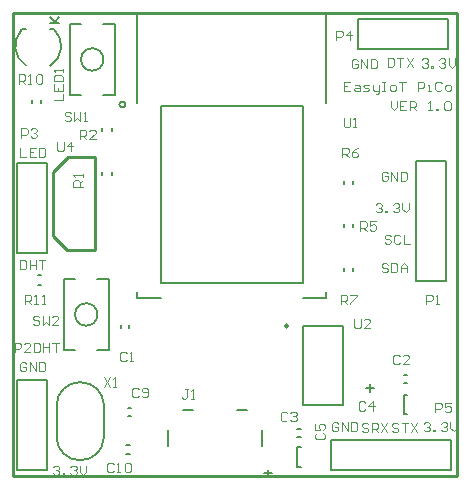
<source format=gto>
G04*
G04 #@! TF.GenerationSoftware,Altium Limited,Altium Designer,20.1.12 (249)*
G04*
G04 Layer_Color=65535*
%FSLAX25Y25*%
%MOIN*%
G70*
G04*
G04 #@! TF.SameCoordinates,74860364-7C4C-4BB1-8EB4-A47DF166201D*
G04*
G04*
G04 #@! TF.FilePolarity,Positive*
G04*
G01*
G75*
%ADD10C,0.00500*%
%ADD11C,0.00984*%
%ADD12C,0.00787*%
%ADD13C,0.00591*%
%ADD14C,0.01000*%
%ADD15C,0.00394*%
%ADD16C,0.00600*%
D10*
X37567Y124004D02*
G03*
X37567Y124004I-984J0D01*
G01*
X30240Y139000D02*
G03*
X30240Y139000I-3740J0D01*
G01*
X22437Y31415D02*
G03*
X14625Y23870I-134J-7678D01*
G01*
Y12972D02*
G03*
X22437Y5428I7678J134D01*
G01*
X22563D02*
G03*
X30375Y12972I134J7678D01*
G01*
Y23870D02*
G03*
X22563Y31415I-7678J-134D01*
G01*
X28240Y54000D02*
G03*
X28240Y54000I-3740J0D01*
G01*
X49378Y123472D02*
X96622D01*
Y64417D02*
Y123472D01*
X49378Y64417D02*
X96622D01*
X49378D02*
Y123472D01*
X41504Y124496D02*
Y154024D01*
X104496D01*
Y124496D02*
Y154024D01*
X41504Y59535D02*
Y61504D01*
Y59535D02*
X49378D01*
X104496D02*
Y61504D01*
X96622Y59535D02*
X104496D01*
X33980Y127189D02*
Y150811D01*
X19020Y127189D02*
Y150811D01*
X30240Y127189D02*
X33980D01*
X19020D02*
X22760D01*
X30240Y150811D02*
X33980D01*
X19020D02*
X22760D01*
X14626Y12910D02*
Y23933D01*
X30374Y12910D02*
Y23933D01*
X28240Y42189D02*
X31980D01*
X17020D02*
X20760D01*
X28240Y65811D02*
X31980D01*
X17020D02*
X20760D01*
X31980Y42189D02*
Y65811D01*
X17020Y42189D02*
Y65811D01*
D11*
X91787Y50189D02*
G03*
X91787Y50189I-492J0D01*
G01*
D12*
X12524Y136962D02*
G03*
X13929Y148929I-4024J6538D01*
G01*
X2819Y148664D02*
G03*
X4476Y136962I5681J-5164D01*
G01*
X146000Y2000D02*
Y12000D01*
X106000Y2000D02*
X146000D01*
X106000Y12000D02*
X146000D01*
X106000Y2000D02*
Y12000D01*
X145000Y142500D02*
Y152500D01*
X115000Y142500D02*
X145000D01*
X115000D02*
Y152500D01*
X145000D01*
X134500Y65000D02*
X144500D01*
X134500D02*
Y105000D01*
X144500Y65000D02*
Y105000D01*
X134500D02*
X144500D01*
X94909Y9748D02*
X96091D01*
X94909Y3252D02*
X96091D01*
X94909D02*
Y9748D01*
X74783Y21992D02*
X78130D01*
X83248Y10181D02*
Y15496D01*
X51752Y10181D02*
Y15496D01*
X56870Y21992D02*
X60216D01*
X96807Y23811D02*
Y50189D01*
X110193Y23811D02*
Y50189D01*
X96807D02*
X110193D01*
X96807Y23811D02*
X110193D01*
X130409Y20752D02*
Y27248D01*
Y20752D02*
X131591D01*
X130409Y27248D02*
X131591D01*
X1500Y2000D02*
Y32000D01*
Y2000D02*
X11500D01*
Y32000D01*
X1500D02*
X11500D01*
X2819Y148664D02*
X3155Y149000D01*
X12500D02*
X13929D01*
X3155D02*
X4500D01*
X11500Y74500D02*
Y104500D01*
X1500D02*
X11500D01*
X1500Y74500D02*
Y104500D01*
Y74500D02*
X11500D01*
D13*
X110425Y68510D02*
Y69490D01*
X113575Y68510D02*
Y69490D01*
X113575Y97509D02*
Y98491D01*
X110425Y97509D02*
Y98491D01*
X110425Y83009D02*
Y83991D01*
X113575Y83009D02*
Y83991D01*
X33075Y115009D02*
Y115991D01*
X29925Y115009D02*
Y115991D01*
X29925Y100510D02*
Y101490D01*
X33075Y100510D02*
Y101490D01*
X38878Y49396D02*
Y50596D01*
X36122Y49409D02*
Y50583D01*
X38413Y22878D02*
X39587D01*
X38400Y20122D02*
X39600D01*
X8509Y67075D02*
X9491D01*
X8509Y63925D02*
X9491D01*
X6425Y124509D02*
Y125491D01*
X9575Y124509D02*
Y125491D01*
X37913Y10378D02*
X39087D01*
X37900Y7622D02*
X39100D01*
X94913Y13122D02*
X96087D01*
X94900Y15878D02*
X96100D01*
X130413Y31122D02*
X131587D01*
X130400Y33878D02*
X131600D01*
X86445Y989D02*
X83821D01*
X85133Y-323D02*
Y2301D01*
X120500Y29532D02*
X117876D01*
X119188Y28220D02*
Y30844D01*
D14*
X18500Y106500D02*
X27500D01*
Y75500D02*
Y106500D01*
X13500Y101500D02*
X18500Y106500D01*
X13500Y80000D02*
Y101500D01*
Y80000D02*
X18000Y75500D01*
X27500D01*
X0Y0D02*
X148000D01*
Y154500D01*
X0D02*
X148000D01*
X0Y0D02*
Y154500D01*
D15*
X126000Y125149D02*
Y123049D01*
X127050Y122000D01*
X128099Y123049D01*
Y125149D01*
X131248D02*
X129149D01*
Y122000D01*
X131248D01*
X129149Y123574D02*
X130198D01*
X132297Y122000D02*
Y125149D01*
X133871D01*
X134396Y124624D01*
Y123574D01*
X133871Y123049D01*
X132297D01*
X133347D02*
X134396Y122000D01*
X138594D02*
X139644D01*
X139119D01*
Y125149D01*
X138594Y124624D01*
X141218Y122000D02*
Y122525D01*
X141743D01*
Y122000D01*
X141218D01*
X143842Y124624D02*
X144367Y125149D01*
X145416D01*
X145941Y124624D01*
Y122525D01*
X145416Y122000D01*
X144367D01*
X143842Y122525D01*
Y124624D01*
X112599Y131649D02*
X110500D01*
Y128500D01*
X112599D01*
X110500Y130074D02*
X111549D01*
X114173Y130599D02*
X115223D01*
X115748Y130074D01*
Y128500D01*
X114173D01*
X113649Y129025D01*
X114173Y129550D01*
X115748D01*
X116797Y128500D02*
X118371D01*
X118896Y129025D01*
X118371Y129550D01*
X117322D01*
X116797Y130074D01*
X117322Y130599D01*
X118896D01*
X119946D02*
Y129025D01*
X120470Y128500D01*
X122045D01*
Y127975D01*
X121520Y127451D01*
X120995D01*
X122045Y128500D02*
Y130599D01*
X123094Y131649D02*
X124144D01*
X123619D01*
Y128500D01*
X123094D01*
X124144D01*
X126243D02*
X127293D01*
X127817Y129025D01*
Y130074D01*
X127293Y130599D01*
X126243D01*
X125718Y130074D01*
Y129025D01*
X126243Y128500D01*
X128867Y131649D02*
X130966D01*
X129916D01*
Y128500D01*
X135164D02*
Y131649D01*
X136738D01*
X137263Y131124D01*
Y130074D01*
X136738Y129550D01*
X135164D01*
X138313Y128500D02*
X139362D01*
X138837D01*
Y130599D01*
X138313D01*
X143035Y131124D02*
X142511Y131649D01*
X141461D01*
X140936Y131124D01*
Y129025D01*
X141461Y128500D01*
X142511D01*
X143035Y129025D01*
X144610Y128500D02*
X145659D01*
X146184Y129025D01*
Y130074D01*
X145659Y130599D01*
X144610D01*
X144085Y130074D01*
Y129025D01*
X144610Y128500D01*
X2500Y72149D02*
Y69000D01*
X4074D01*
X4599Y69525D01*
Y71624D01*
X4074Y72149D01*
X2500D01*
X5649D02*
Y69000D01*
Y70574D01*
X7748D01*
Y72149D01*
Y69000D01*
X8797Y72149D02*
X10896D01*
X9847D01*
Y69000D01*
X2500Y109649D02*
Y106500D01*
X4599D01*
X7748Y109649D02*
X5649D01*
Y106500D01*
X7748D01*
X5649Y108074D02*
X6698D01*
X8797Y109649D02*
Y106500D01*
X10372D01*
X10896Y107025D01*
Y109124D01*
X10372Y109649D01*
X8797D01*
X4599Y37624D02*
X4074Y38149D01*
X3025D01*
X2500Y37624D01*
Y35525D01*
X3025Y35000D01*
X4074D01*
X4599Y35525D01*
Y36574D01*
X3550D01*
X5649Y35000D02*
Y38149D01*
X7748Y35000D01*
Y38149D01*
X8797D02*
Y35000D01*
X10372D01*
X10896Y35525D01*
Y37624D01*
X10372Y38149D01*
X8797D01*
X13500Y3124D02*
X14025Y3649D01*
X15074D01*
X15599Y3124D01*
Y2599D01*
X15074Y2074D01*
X14549D01*
X15074D01*
X15599Y1550D01*
Y1025D01*
X15074Y500D01*
X14025D01*
X13500Y1025D01*
X16649Y500D02*
Y1025D01*
X17173D01*
Y500D01*
X16649D01*
X19272Y3124D02*
X19797Y3649D01*
X20847D01*
X21372Y3124D01*
Y2599D01*
X20847Y2074D01*
X20322D01*
X20847D01*
X21372Y1550D01*
Y1025D01*
X20847Y500D01*
X19797D01*
X19272Y1025D01*
X22421Y3649D02*
Y1550D01*
X23471Y500D01*
X24520Y1550D01*
Y3649D01*
X118571Y17360D02*
X118046Y17884D01*
X116996D01*
X116472Y17360D01*
Y16835D01*
X116996Y16310D01*
X118046D01*
X118571Y15785D01*
Y15260D01*
X118046Y14736D01*
X116996D01*
X116472Y15260D01*
X119620Y14736D02*
Y17884D01*
X121195D01*
X121719Y17360D01*
Y16310D01*
X121195Y15785D01*
X119620D01*
X120670D02*
X121719Y14736D01*
X122769Y17884D02*
X124868Y14736D01*
Y17884D02*
X122769Y14736D01*
X128571Y17360D02*
X128046Y17884D01*
X126996D01*
X126472Y17360D01*
Y16835D01*
X126996Y16310D01*
X128046D01*
X128571Y15785D01*
Y15260D01*
X128046Y14736D01*
X126996D01*
X126472Y15260D01*
X129620Y17884D02*
X131719D01*
X130670D01*
Y14736D01*
X132769Y17884D02*
X134868Y14736D01*
Y17884D02*
X132769Y14736D01*
X108599Y17624D02*
X108074Y18149D01*
X107025D01*
X106500Y17624D01*
Y15525D01*
X107025Y15000D01*
X108074D01*
X108599Y15525D01*
Y16574D01*
X107550D01*
X109649Y15000D02*
Y18149D01*
X111748Y15000D01*
Y18149D01*
X112797D02*
Y15000D01*
X114372D01*
X114896Y15525D01*
Y17624D01*
X114372Y18149D01*
X112797D01*
X137000Y17624D02*
X137525Y18149D01*
X138574D01*
X139099Y17624D01*
Y17099D01*
X138574Y16574D01*
X138049D01*
X138574D01*
X139099Y16049D01*
Y15525D01*
X138574Y15000D01*
X137525D01*
X137000Y15525D01*
X140149Y15000D02*
Y15525D01*
X140673D01*
Y15000D01*
X140149D01*
X142772Y17624D02*
X143297Y18149D01*
X144347D01*
X144871Y17624D01*
Y17099D01*
X144347Y16574D01*
X143822D01*
X144347D01*
X144871Y16049D01*
Y15525D01*
X144347Y15000D01*
X143297D01*
X142772Y15525D01*
X145921Y18149D02*
Y16049D01*
X146970Y15000D01*
X148020Y16049D01*
Y18149D01*
X125000Y139649D02*
Y136500D01*
X126574D01*
X127099Y137025D01*
Y139124D01*
X126574Y139649D01*
X125000D01*
X128149D02*
X130248D01*
X129198D01*
Y136500D01*
X131297Y139649D02*
X133396Y136500D01*
Y139649D02*
X131297Y136500D01*
X136385Y138879D02*
X136910Y139404D01*
X137959D01*
X138484Y138879D01*
Y138355D01*
X137959Y137830D01*
X137434D01*
X137959D01*
X138484Y137305D01*
Y136780D01*
X137959Y136255D01*
X136910D01*
X136385Y136780D01*
X139533Y136255D02*
Y136780D01*
X140058D01*
Y136255D01*
X139533D01*
X142157Y138879D02*
X142682Y139404D01*
X143732D01*
X144256Y138879D01*
Y138355D01*
X143732Y137830D01*
X143207D01*
X143732D01*
X144256Y137305D01*
Y136780D01*
X143732Y136255D01*
X142682D01*
X142157Y136780D01*
X145306Y139404D02*
Y137305D01*
X146355Y136255D01*
X147405Y137305D01*
Y139404D01*
X115099Y138624D02*
X114574Y139149D01*
X113525D01*
X113000Y138624D01*
Y136525D01*
X113525Y136000D01*
X114574D01*
X115099Y136525D01*
Y137574D01*
X114049D01*
X116149Y136000D02*
Y139149D01*
X118248Y136000D01*
Y139149D01*
X119297D02*
Y136000D01*
X120871D01*
X121396Y136525D01*
Y138624D01*
X120871Y139149D01*
X119297D01*
X125099Y70624D02*
X124574Y71149D01*
X123525D01*
X123000Y70624D01*
Y70099D01*
X123525Y69574D01*
X124574D01*
X125099Y69050D01*
Y68525D01*
X124574Y68000D01*
X123525D01*
X123000Y68525D01*
X126149Y71149D02*
Y68000D01*
X127723D01*
X128248Y68525D01*
Y70624D01*
X127723Y71149D01*
X126149D01*
X129297Y68000D02*
Y70099D01*
X130347Y71149D01*
X131396Y70099D01*
Y68000D01*
Y69574D01*
X129297D01*
X126099Y80124D02*
X125574Y80649D01*
X124525D01*
X124000Y80124D01*
Y79599D01*
X124525Y79074D01*
X125574D01*
X126099Y78549D01*
Y78025D01*
X125574Y77500D01*
X124525D01*
X124000Y78025D01*
X129248Y80124D02*
X128723Y80649D01*
X127673D01*
X127149Y80124D01*
Y78025D01*
X127673Y77500D01*
X128723D01*
X129248Y78025D01*
X130297Y80649D02*
Y77500D01*
X132396D01*
X121000Y90624D02*
X121525Y91149D01*
X122574D01*
X123099Y90624D01*
Y90099D01*
X122574Y89574D01*
X122049D01*
X122574D01*
X123099Y89050D01*
Y88525D01*
X122574Y88000D01*
X121525D01*
X121000Y88525D01*
X124149Y88000D02*
Y88525D01*
X124673D01*
Y88000D01*
X124149D01*
X126772Y90624D02*
X127297Y91149D01*
X128347D01*
X128872Y90624D01*
Y90099D01*
X128347Y89574D01*
X127822D01*
X128347D01*
X128872Y89050D01*
Y88525D01*
X128347Y88000D01*
X127297D01*
X126772Y88525D01*
X129921Y91149D02*
Y89050D01*
X130971Y88000D01*
X132020Y89050D01*
Y91149D01*
X125099Y101124D02*
X124574Y101649D01*
X123525D01*
X123000Y101124D01*
Y99025D01*
X123525Y98500D01*
X124574D01*
X125099Y99025D01*
Y100074D01*
X124049D01*
X126149Y98500D02*
Y101649D01*
X128248Y98500D01*
Y101649D01*
X129297D02*
Y98500D01*
X130871D01*
X131396Y99025D01*
Y101124D01*
X130871Y101649D01*
X129297D01*
X110401Y119574D02*
Y116951D01*
X110926Y116426D01*
X111975D01*
X112500Y116951D01*
Y119574D01*
X113549Y116426D02*
X114599D01*
X114074D01*
Y119574D01*
X113549Y119050D01*
X30401Y33074D02*
X32500Y29926D01*
Y33074D02*
X30401Y29926D01*
X33549D02*
X34599D01*
X34074D01*
Y33074D01*
X33549Y32550D01*
X14876Y111574D02*
Y108950D01*
X15401Y108426D01*
X16451D01*
X16975Y108950D01*
Y111574D01*
X19599Y108426D02*
Y111574D01*
X18025Y110000D01*
X20124D01*
X113876Y52574D02*
Y49951D01*
X114401Y49426D01*
X115451D01*
X115975Y49951D01*
Y52574D01*
X119124Y49426D02*
X117025D01*
X119124Y51525D01*
Y52049D01*
X118599Y52574D01*
X117550D01*
X117025Y52049D01*
X8901Y53049D02*
X8376Y53574D01*
X7327D01*
X6802Y53049D01*
Y52525D01*
X7327Y52000D01*
X8376D01*
X8901Y51475D01*
Y50950D01*
X8376Y50426D01*
X7327D01*
X6802Y50950D01*
X9950Y53574D02*
Y50426D01*
X11000Y51475D01*
X12049Y50426D01*
Y53574D01*
X15198Y50426D02*
X13099D01*
X15198Y52525D01*
Y53049D01*
X14673Y53574D01*
X13624D01*
X13099Y53049D01*
X19426Y121049D02*
X18901Y121574D01*
X17851D01*
X17327Y121049D01*
Y120525D01*
X17851Y120000D01*
X18901D01*
X19426Y119475D01*
Y118950D01*
X18901Y118426D01*
X17851D01*
X17327Y118950D01*
X20475Y121574D02*
Y118426D01*
X21525Y119475D01*
X22574Y118426D01*
Y121574D01*
X23624Y118426D02*
X24673D01*
X24149D01*
Y121574D01*
X23624Y121049D01*
X4089Y57426D02*
Y60574D01*
X5663D01*
X6188Y60049D01*
Y59000D01*
X5663Y58475D01*
X4089D01*
X5139D02*
X6188Y57426D01*
X7238D02*
X8287D01*
X7762D01*
Y60574D01*
X7238Y60049D01*
X9861Y57426D02*
X10911D01*
X10386D01*
Y60574D01*
X9861Y60049D01*
X2064Y130926D02*
Y134074D01*
X3639D01*
X4163Y133549D01*
Y132500D01*
X3639Y131975D01*
X2064D01*
X3114D02*
X4163Y130926D01*
X5213D02*
X6262D01*
X5738D01*
Y134074D01*
X5213Y133549D01*
X7837D02*
X8361Y134074D01*
X9411D01*
X9936Y133549D01*
Y131450D01*
X9411Y130926D01*
X8361D01*
X7837Y131450D01*
Y133549D01*
X109376Y57426D02*
Y60574D01*
X110951D01*
X111475Y60049D01*
Y59000D01*
X110951Y58475D01*
X109376D01*
X110426D02*
X111475Y57426D01*
X112525Y60574D02*
X114624D01*
Y60049D01*
X112525Y57951D01*
Y57426D01*
X109876Y106426D02*
Y109574D01*
X111451D01*
X111975Y109049D01*
Y108000D01*
X111451Y107475D01*
X109876D01*
X110926D02*
X111975Y106426D01*
X115124Y109574D02*
X114074Y109049D01*
X113025Y108000D01*
Y106950D01*
X113549Y106426D01*
X114599D01*
X115124Y106950D01*
Y107475D01*
X114599Y108000D01*
X113025D01*
X115876Y81926D02*
Y85074D01*
X117450D01*
X117975Y84549D01*
Y83500D01*
X117450Y82975D01*
X115876D01*
X116926D02*
X117975Y81926D01*
X121124Y85074D02*
X119025D01*
Y83500D01*
X120074Y84025D01*
X120599D01*
X121124Y83500D01*
Y82450D01*
X120599Y81926D01*
X119550D01*
X119025Y82450D01*
X22376Y112426D02*
Y115574D01*
X23950D01*
X24475Y115050D01*
Y114000D01*
X23950Y113475D01*
X22376D01*
X23426D02*
X24475Y112426D01*
X27624D02*
X25525D01*
X27624Y114525D01*
Y115050D01*
X27099Y115574D01*
X26050D01*
X25525Y115050D01*
X23325Y96650D02*
X20177D01*
Y98224D01*
X20701Y98749D01*
X21751D01*
X22276Y98224D01*
Y96650D01*
Y97699D02*
X23325Y98749D01*
Y99798D02*
Y100848D01*
Y100323D01*
X20177D01*
X20701Y99798D01*
X140876Y21426D02*
Y24574D01*
X142450D01*
X142975Y24049D01*
Y23000D01*
X142450Y22475D01*
X140876D01*
X146124Y24574D02*
X144025D01*
Y23000D01*
X145074Y23525D01*
X145599D01*
X146124Y23000D01*
Y21950D01*
X145599Y21426D01*
X144550D01*
X144025Y21950D01*
X107876Y145426D02*
Y148574D01*
X109450D01*
X109975Y148049D01*
Y147000D01*
X109450Y146475D01*
X107876D01*
X112599Y145426D02*
Y148574D01*
X111025Y147000D01*
X113124D01*
X2876Y112926D02*
Y116074D01*
X4451D01*
X4975Y115550D01*
Y114500D01*
X4451Y113975D01*
X2876D01*
X6025Y115550D02*
X6549Y116074D01*
X7599D01*
X8124Y115550D01*
Y115025D01*
X7599Y114500D01*
X7074D01*
X7599D01*
X8124Y113975D01*
Y113451D01*
X7599Y112926D01*
X6549D01*
X6025Y113451D01*
X653Y41426D02*
Y44574D01*
X2228D01*
X2752Y44050D01*
Y43000D01*
X2228Y42475D01*
X653D01*
X5901Y41426D02*
X3802D01*
X5901Y43525D01*
Y44050D01*
X5376Y44574D01*
X4327D01*
X3802Y44050D01*
X6950Y44574D02*
Y41426D01*
X8525D01*
X9049Y41951D01*
Y44050D01*
X8525Y44574D01*
X6950D01*
X10099D02*
Y41426D01*
Y43000D01*
X12198D01*
Y44574D01*
Y41426D01*
X13248Y44574D02*
X15347D01*
X14297D01*
Y41426D01*
X137901Y57426D02*
Y60574D01*
X139475D01*
X140000Y60049D01*
Y59000D01*
X139475Y58475D01*
X137901D01*
X141050Y57426D02*
X142099D01*
X141574D01*
Y60574D01*
X141050Y60049D01*
X13623Y125429D02*
X16771D01*
Y127529D01*
X13623Y130677D02*
Y128578D01*
X16771D01*
Y130677D01*
X15197Y128578D02*
Y129628D01*
X13623Y131727D02*
X16771D01*
Y133301D01*
X16246Y133826D01*
X14147D01*
X13623Y133301D01*
Y131727D01*
X16771Y134875D02*
Y135925D01*
Y135400D01*
X13623D01*
X14147Y134875D01*
X58500Y29074D02*
X57450D01*
X57975D01*
Y26450D01*
X57450Y25926D01*
X56926D01*
X56401Y26450D01*
X59549Y25926D02*
X60599D01*
X60074D01*
Y29074D01*
X59549Y28550D01*
X33663Y4050D02*
X33139Y4574D01*
X32089D01*
X31564Y4050D01*
Y1950D01*
X32089Y1426D01*
X33139D01*
X33663Y1950D01*
X34713Y1426D02*
X35762D01*
X35238D01*
Y4574D01*
X34713Y4050D01*
X37337D02*
X37861Y4574D01*
X38911D01*
X39436Y4050D01*
Y1950D01*
X38911Y1426D01*
X37861D01*
X37337Y1950D01*
Y4050D01*
X41975Y29050D02*
X41451Y29574D01*
X40401D01*
X39876Y29050D01*
Y26950D01*
X40401Y26426D01*
X41451D01*
X41975Y26950D01*
X43025D02*
X43549Y26426D01*
X44599D01*
X45124Y26950D01*
Y29050D01*
X44599Y29574D01*
X43549D01*
X43025Y29050D01*
Y28525D01*
X43549Y28000D01*
X45124D01*
X101451Y14475D02*
X100926Y13950D01*
Y12901D01*
X101451Y12376D01*
X103550D01*
X104074Y12901D01*
Y13950D01*
X103550Y14475D01*
X100926Y17624D02*
Y15525D01*
X102500D01*
X101975Y16574D01*
Y17099D01*
X102500Y17624D01*
X103550D01*
X104074Y17099D01*
Y16049D01*
X103550Y15525D01*
X117475Y24550D02*
X116951Y25074D01*
X115901D01*
X115376Y24550D01*
Y22451D01*
X115901Y21926D01*
X116951D01*
X117475Y22451D01*
X120099Y21926D02*
Y25074D01*
X118525Y23500D01*
X120624D01*
X91475Y21049D02*
X90951Y21574D01*
X89901D01*
X89376Y21049D01*
Y18950D01*
X89901Y18426D01*
X90951D01*
X91475Y18950D01*
X92525Y21049D02*
X93050Y21574D01*
X94099D01*
X94624Y21049D01*
Y20525D01*
X94099Y20000D01*
X93574D01*
X94099D01*
X94624Y19475D01*
Y18950D01*
X94099Y18426D01*
X93050D01*
X92525Y18950D01*
X128975Y40049D02*
X128451Y40574D01*
X127401D01*
X126876Y40049D01*
Y37951D01*
X127401Y37426D01*
X128451D01*
X128975Y37951D01*
X132124Y37426D02*
X130025D01*
X132124Y39525D01*
Y40049D01*
X131599Y40574D01*
X130550D01*
X130025Y40049D01*
X38000Y41050D02*
X37475Y41574D01*
X36426D01*
X35901Y41050D01*
Y38950D01*
X36426Y38426D01*
X37475D01*
X38000Y38950D01*
X39050Y38426D02*
X40099D01*
X39574D01*
Y41574D01*
X39050Y41050D01*
D16*
X12501Y151000D02*
X15500D01*
X14500D01*
X12501Y152999D01*
X14001Y151500D01*
X15500Y152999D01*
M02*

</source>
